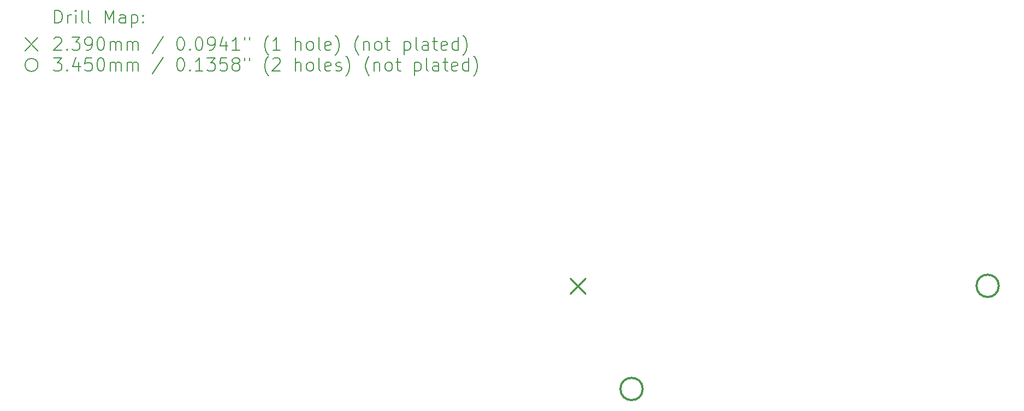
<source format=gbr>
%TF.GenerationSoftware,KiCad,Pcbnew,9.0.0*%
%TF.CreationDate,2025-07-02T16:13:17+05:30*%
%TF.ProjectId,ESP32 GPS + GSM Tracker,45535033-3220-4475-9053-202b2047534d,rev?*%
%TF.SameCoordinates,Original*%
%TF.FileFunction,Drillmap*%
%TF.FilePolarity,Positive*%
%FSLAX45Y45*%
G04 Gerber Fmt 4.5, Leading zero omitted, Abs format (unit mm)*
G04 Created by KiCad (PCBNEW 9.0.0) date 2025-07-02 16:13:17*
%MOMM*%
%LPD*%
G01*
G04 APERTURE LIST*
%ADD10C,0.200000*%
%ADD11C,0.239000*%
%ADD12C,0.345000*%
G04 APERTURE END LIST*
D10*
D11*
X8250500Y-4267000D02*
X8489500Y-4506000D01*
X8489500Y-4267000D02*
X8250500Y-4506000D01*
D12*
X9375500Y-5986500D02*
G75*
G02*
X9030500Y-5986500I-172500J0D01*
G01*
X9030500Y-5986500D02*
G75*
G02*
X9375500Y-5986500I172500J0D01*
G01*
X14895500Y-4386500D02*
G75*
G02*
X14550500Y-4386500I-172500J0D01*
G01*
X14550500Y-4386500D02*
G75*
G02*
X14895500Y-4386500I172500J0D01*
G01*
D10*
X260777Y-311484D02*
X260777Y-111484D01*
X260777Y-111484D02*
X308396Y-111484D01*
X308396Y-111484D02*
X336967Y-121008D01*
X336967Y-121008D02*
X356015Y-140055D01*
X356015Y-140055D02*
X365539Y-159103D01*
X365539Y-159103D02*
X375062Y-197198D01*
X375062Y-197198D02*
X375062Y-225769D01*
X375062Y-225769D02*
X365539Y-263865D01*
X365539Y-263865D02*
X356015Y-282912D01*
X356015Y-282912D02*
X336967Y-301960D01*
X336967Y-301960D02*
X308396Y-311484D01*
X308396Y-311484D02*
X260777Y-311484D01*
X460777Y-311484D02*
X460777Y-178150D01*
X460777Y-216246D02*
X470301Y-197198D01*
X470301Y-197198D02*
X479824Y-187674D01*
X479824Y-187674D02*
X498872Y-178150D01*
X498872Y-178150D02*
X517920Y-178150D01*
X584586Y-311484D02*
X584586Y-178150D01*
X584586Y-111484D02*
X575063Y-121008D01*
X575063Y-121008D02*
X584586Y-130531D01*
X584586Y-130531D02*
X594110Y-121008D01*
X594110Y-121008D02*
X584586Y-111484D01*
X584586Y-111484D02*
X584586Y-130531D01*
X708396Y-311484D02*
X689348Y-301960D01*
X689348Y-301960D02*
X679824Y-282912D01*
X679824Y-282912D02*
X679824Y-111484D01*
X813158Y-311484D02*
X794110Y-301960D01*
X794110Y-301960D02*
X784586Y-282912D01*
X784586Y-282912D02*
X784586Y-111484D01*
X1041729Y-311484D02*
X1041729Y-111484D01*
X1041729Y-111484D02*
X1108396Y-254341D01*
X1108396Y-254341D02*
X1175063Y-111484D01*
X1175063Y-111484D02*
X1175063Y-311484D01*
X1356015Y-311484D02*
X1356015Y-206722D01*
X1356015Y-206722D02*
X1346491Y-187674D01*
X1346491Y-187674D02*
X1327444Y-178150D01*
X1327444Y-178150D02*
X1289348Y-178150D01*
X1289348Y-178150D02*
X1270301Y-187674D01*
X1356015Y-301960D02*
X1336967Y-311484D01*
X1336967Y-311484D02*
X1289348Y-311484D01*
X1289348Y-311484D02*
X1270301Y-301960D01*
X1270301Y-301960D02*
X1260777Y-282912D01*
X1260777Y-282912D02*
X1260777Y-263865D01*
X1260777Y-263865D02*
X1270301Y-244817D01*
X1270301Y-244817D02*
X1289348Y-235293D01*
X1289348Y-235293D02*
X1336967Y-235293D01*
X1336967Y-235293D02*
X1356015Y-225769D01*
X1451253Y-178150D02*
X1451253Y-378150D01*
X1451253Y-187674D02*
X1470301Y-178150D01*
X1470301Y-178150D02*
X1508396Y-178150D01*
X1508396Y-178150D02*
X1527443Y-187674D01*
X1527443Y-187674D02*
X1536967Y-197198D01*
X1536967Y-197198D02*
X1546491Y-216246D01*
X1546491Y-216246D02*
X1546491Y-273389D01*
X1546491Y-273389D02*
X1536967Y-292436D01*
X1536967Y-292436D02*
X1527443Y-301960D01*
X1527443Y-301960D02*
X1508396Y-311484D01*
X1508396Y-311484D02*
X1470301Y-311484D01*
X1470301Y-311484D02*
X1451253Y-301960D01*
X1632205Y-292436D02*
X1641729Y-301960D01*
X1641729Y-301960D02*
X1632205Y-311484D01*
X1632205Y-311484D02*
X1622682Y-301960D01*
X1622682Y-301960D02*
X1632205Y-292436D01*
X1632205Y-292436D02*
X1632205Y-311484D01*
X1632205Y-187674D02*
X1641729Y-197198D01*
X1641729Y-197198D02*
X1632205Y-206722D01*
X1632205Y-206722D02*
X1622682Y-197198D01*
X1622682Y-197198D02*
X1632205Y-187674D01*
X1632205Y-187674D02*
X1632205Y-206722D01*
X-200000Y-540000D02*
X0Y-740000D01*
X0Y-540000D02*
X-200000Y-740000D01*
X251253Y-550531D02*
X260777Y-541008D01*
X260777Y-541008D02*
X279824Y-531484D01*
X279824Y-531484D02*
X327444Y-531484D01*
X327444Y-531484D02*
X346491Y-541008D01*
X346491Y-541008D02*
X356015Y-550531D01*
X356015Y-550531D02*
X365539Y-569579D01*
X365539Y-569579D02*
X365539Y-588627D01*
X365539Y-588627D02*
X356015Y-617198D01*
X356015Y-617198D02*
X241729Y-731484D01*
X241729Y-731484D02*
X365539Y-731484D01*
X451253Y-712436D02*
X460777Y-721960D01*
X460777Y-721960D02*
X451253Y-731484D01*
X451253Y-731484D02*
X441729Y-721960D01*
X441729Y-721960D02*
X451253Y-712436D01*
X451253Y-712436D02*
X451253Y-731484D01*
X527444Y-531484D02*
X651253Y-531484D01*
X651253Y-531484D02*
X584586Y-607674D01*
X584586Y-607674D02*
X613158Y-607674D01*
X613158Y-607674D02*
X632205Y-617198D01*
X632205Y-617198D02*
X641729Y-626722D01*
X641729Y-626722D02*
X651253Y-645770D01*
X651253Y-645770D02*
X651253Y-693389D01*
X651253Y-693389D02*
X641729Y-712436D01*
X641729Y-712436D02*
X632205Y-721960D01*
X632205Y-721960D02*
X613158Y-731484D01*
X613158Y-731484D02*
X556015Y-731484D01*
X556015Y-731484D02*
X536967Y-721960D01*
X536967Y-721960D02*
X527444Y-712436D01*
X746491Y-731484D02*
X784586Y-731484D01*
X784586Y-731484D02*
X803634Y-721960D01*
X803634Y-721960D02*
X813158Y-712436D01*
X813158Y-712436D02*
X832205Y-683865D01*
X832205Y-683865D02*
X841729Y-645770D01*
X841729Y-645770D02*
X841729Y-569579D01*
X841729Y-569579D02*
X832205Y-550531D01*
X832205Y-550531D02*
X822682Y-541008D01*
X822682Y-541008D02*
X803634Y-531484D01*
X803634Y-531484D02*
X765539Y-531484D01*
X765539Y-531484D02*
X746491Y-541008D01*
X746491Y-541008D02*
X736967Y-550531D01*
X736967Y-550531D02*
X727443Y-569579D01*
X727443Y-569579D02*
X727443Y-617198D01*
X727443Y-617198D02*
X736967Y-636246D01*
X736967Y-636246D02*
X746491Y-645770D01*
X746491Y-645770D02*
X765539Y-655293D01*
X765539Y-655293D02*
X803634Y-655293D01*
X803634Y-655293D02*
X822682Y-645770D01*
X822682Y-645770D02*
X832205Y-636246D01*
X832205Y-636246D02*
X841729Y-617198D01*
X965539Y-531484D02*
X984586Y-531484D01*
X984586Y-531484D02*
X1003634Y-541008D01*
X1003634Y-541008D02*
X1013158Y-550531D01*
X1013158Y-550531D02*
X1022682Y-569579D01*
X1022682Y-569579D02*
X1032205Y-607674D01*
X1032205Y-607674D02*
X1032205Y-655293D01*
X1032205Y-655293D02*
X1022682Y-693389D01*
X1022682Y-693389D02*
X1013158Y-712436D01*
X1013158Y-712436D02*
X1003634Y-721960D01*
X1003634Y-721960D02*
X984586Y-731484D01*
X984586Y-731484D02*
X965539Y-731484D01*
X965539Y-731484D02*
X946491Y-721960D01*
X946491Y-721960D02*
X936967Y-712436D01*
X936967Y-712436D02*
X927443Y-693389D01*
X927443Y-693389D02*
X917920Y-655293D01*
X917920Y-655293D02*
X917920Y-607674D01*
X917920Y-607674D02*
X927443Y-569579D01*
X927443Y-569579D02*
X936967Y-550531D01*
X936967Y-550531D02*
X946491Y-541008D01*
X946491Y-541008D02*
X965539Y-531484D01*
X1117920Y-731484D02*
X1117920Y-598150D01*
X1117920Y-617198D02*
X1127444Y-607674D01*
X1127444Y-607674D02*
X1146491Y-598150D01*
X1146491Y-598150D02*
X1175063Y-598150D01*
X1175063Y-598150D02*
X1194110Y-607674D01*
X1194110Y-607674D02*
X1203634Y-626722D01*
X1203634Y-626722D02*
X1203634Y-731484D01*
X1203634Y-626722D02*
X1213158Y-607674D01*
X1213158Y-607674D02*
X1232205Y-598150D01*
X1232205Y-598150D02*
X1260777Y-598150D01*
X1260777Y-598150D02*
X1279825Y-607674D01*
X1279825Y-607674D02*
X1289348Y-626722D01*
X1289348Y-626722D02*
X1289348Y-731484D01*
X1384586Y-731484D02*
X1384586Y-598150D01*
X1384586Y-617198D02*
X1394110Y-607674D01*
X1394110Y-607674D02*
X1413158Y-598150D01*
X1413158Y-598150D02*
X1441729Y-598150D01*
X1441729Y-598150D02*
X1460777Y-607674D01*
X1460777Y-607674D02*
X1470301Y-626722D01*
X1470301Y-626722D02*
X1470301Y-731484D01*
X1470301Y-626722D02*
X1479824Y-607674D01*
X1479824Y-607674D02*
X1498872Y-598150D01*
X1498872Y-598150D02*
X1527443Y-598150D01*
X1527443Y-598150D02*
X1546491Y-607674D01*
X1546491Y-607674D02*
X1556015Y-626722D01*
X1556015Y-626722D02*
X1556015Y-731484D01*
X1946491Y-521960D02*
X1775063Y-779103D01*
X2203634Y-531484D02*
X2222682Y-531484D01*
X2222682Y-531484D02*
X2241729Y-541008D01*
X2241729Y-541008D02*
X2251253Y-550531D01*
X2251253Y-550531D02*
X2260777Y-569579D01*
X2260777Y-569579D02*
X2270301Y-607674D01*
X2270301Y-607674D02*
X2270301Y-655293D01*
X2270301Y-655293D02*
X2260777Y-693389D01*
X2260777Y-693389D02*
X2251253Y-712436D01*
X2251253Y-712436D02*
X2241729Y-721960D01*
X2241729Y-721960D02*
X2222682Y-731484D01*
X2222682Y-731484D02*
X2203634Y-731484D01*
X2203634Y-731484D02*
X2184587Y-721960D01*
X2184587Y-721960D02*
X2175063Y-712436D01*
X2175063Y-712436D02*
X2165539Y-693389D01*
X2165539Y-693389D02*
X2156015Y-655293D01*
X2156015Y-655293D02*
X2156015Y-607674D01*
X2156015Y-607674D02*
X2165539Y-569579D01*
X2165539Y-569579D02*
X2175063Y-550531D01*
X2175063Y-550531D02*
X2184587Y-541008D01*
X2184587Y-541008D02*
X2203634Y-531484D01*
X2356015Y-712436D02*
X2365539Y-721960D01*
X2365539Y-721960D02*
X2356015Y-731484D01*
X2356015Y-731484D02*
X2346491Y-721960D01*
X2346491Y-721960D02*
X2356015Y-712436D01*
X2356015Y-712436D02*
X2356015Y-731484D01*
X2489348Y-531484D02*
X2508396Y-531484D01*
X2508396Y-531484D02*
X2527444Y-541008D01*
X2527444Y-541008D02*
X2536968Y-550531D01*
X2536968Y-550531D02*
X2546491Y-569579D01*
X2546491Y-569579D02*
X2556015Y-607674D01*
X2556015Y-607674D02*
X2556015Y-655293D01*
X2556015Y-655293D02*
X2546491Y-693389D01*
X2546491Y-693389D02*
X2536968Y-712436D01*
X2536968Y-712436D02*
X2527444Y-721960D01*
X2527444Y-721960D02*
X2508396Y-731484D01*
X2508396Y-731484D02*
X2489348Y-731484D01*
X2489348Y-731484D02*
X2470301Y-721960D01*
X2470301Y-721960D02*
X2460777Y-712436D01*
X2460777Y-712436D02*
X2451253Y-693389D01*
X2451253Y-693389D02*
X2441729Y-655293D01*
X2441729Y-655293D02*
X2441729Y-607674D01*
X2441729Y-607674D02*
X2451253Y-569579D01*
X2451253Y-569579D02*
X2460777Y-550531D01*
X2460777Y-550531D02*
X2470301Y-541008D01*
X2470301Y-541008D02*
X2489348Y-531484D01*
X2651253Y-731484D02*
X2689348Y-731484D01*
X2689348Y-731484D02*
X2708396Y-721960D01*
X2708396Y-721960D02*
X2717920Y-712436D01*
X2717920Y-712436D02*
X2736968Y-683865D01*
X2736968Y-683865D02*
X2746491Y-645770D01*
X2746491Y-645770D02*
X2746491Y-569579D01*
X2746491Y-569579D02*
X2736968Y-550531D01*
X2736968Y-550531D02*
X2727444Y-541008D01*
X2727444Y-541008D02*
X2708396Y-531484D01*
X2708396Y-531484D02*
X2670301Y-531484D01*
X2670301Y-531484D02*
X2651253Y-541008D01*
X2651253Y-541008D02*
X2641729Y-550531D01*
X2641729Y-550531D02*
X2632206Y-569579D01*
X2632206Y-569579D02*
X2632206Y-617198D01*
X2632206Y-617198D02*
X2641729Y-636246D01*
X2641729Y-636246D02*
X2651253Y-645770D01*
X2651253Y-645770D02*
X2670301Y-655293D01*
X2670301Y-655293D02*
X2708396Y-655293D01*
X2708396Y-655293D02*
X2727444Y-645770D01*
X2727444Y-645770D02*
X2736968Y-636246D01*
X2736968Y-636246D02*
X2746491Y-617198D01*
X2917920Y-598150D02*
X2917920Y-731484D01*
X2870301Y-521960D02*
X2822682Y-664817D01*
X2822682Y-664817D02*
X2946491Y-664817D01*
X3127444Y-731484D02*
X3013158Y-731484D01*
X3070301Y-731484D02*
X3070301Y-531484D01*
X3070301Y-531484D02*
X3051253Y-560055D01*
X3051253Y-560055D02*
X3032206Y-579103D01*
X3032206Y-579103D02*
X3013158Y-588627D01*
X3203634Y-531484D02*
X3203634Y-569579D01*
X3279825Y-531484D02*
X3279825Y-569579D01*
X3575063Y-807674D02*
X3565539Y-798150D01*
X3565539Y-798150D02*
X3546491Y-769579D01*
X3546491Y-769579D02*
X3536968Y-750531D01*
X3536968Y-750531D02*
X3527444Y-721960D01*
X3527444Y-721960D02*
X3517920Y-674341D01*
X3517920Y-674341D02*
X3517920Y-636246D01*
X3517920Y-636246D02*
X3527444Y-588627D01*
X3527444Y-588627D02*
X3536968Y-560055D01*
X3536968Y-560055D02*
X3546491Y-541008D01*
X3546491Y-541008D02*
X3565539Y-512436D01*
X3565539Y-512436D02*
X3575063Y-502912D01*
X3756015Y-731484D02*
X3641729Y-731484D01*
X3698872Y-731484D02*
X3698872Y-531484D01*
X3698872Y-531484D02*
X3679825Y-560055D01*
X3679825Y-560055D02*
X3660777Y-579103D01*
X3660777Y-579103D02*
X3641729Y-588627D01*
X3994110Y-731484D02*
X3994110Y-531484D01*
X4079825Y-731484D02*
X4079825Y-626722D01*
X4079825Y-626722D02*
X4070301Y-607674D01*
X4070301Y-607674D02*
X4051253Y-598150D01*
X4051253Y-598150D02*
X4022682Y-598150D01*
X4022682Y-598150D02*
X4003634Y-607674D01*
X4003634Y-607674D02*
X3994110Y-617198D01*
X4203634Y-731484D02*
X4184587Y-721960D01*
X4184587Y-721960D02*
X4175063Y-712436D01*
X4175063Y-712436D02*
X4165539Y-693389D01*
X4165539Y-693389D02*
X4165539Y-636246D01*
X4165539Y-636246D02*
X4175063Y-617198D01*
X4175063Y-617198D02*
X4184587Y-607674D01*
X4184587Y-607674D02*
X4203634Y-598150D01*
X4203634Y-598150D02*
X4232206Y-598150D01*
X4232206Y-598150D02*
X4251253Y-607674D01*
X4251253Y-607674D02*
X4260777Y-617198D01*
X4260777Y-617198D02*
X4270301Y-636246D01*
X4270301Y-636246D02*
X4270301Y-693389D01*
X4270301Y-693389D02*
X4260777Y-712436D01*
X4260777Y-712436D02*
X4251253Y-721960D01*
X4251253Y-721960D02*
X4232206Y-731484D01*
X4232206Y-731484D02*
X4203634Y-731484D01*
X4384587Y-731484D02*
X4365539Y-721960D01*
X4365539Y-721960D02*
X4356015Y-702912D01*
X4356015Y-702912D02*
X4356015Y-531484D01*
X4536968Y-721960D02*
X4517920Y-731484D01*
X4517920Y-731484D02*
X4479825Y-731484D01*
X4479825Y-731484D02*
X4460777Y-721960D01*
X4460777Y-721960D02*
X4451253Y-702912D01*
X4451253Y-702912D02*
X4451253Y-626722D01*
X4451253Y-626722D02*
X4460777Y-607674D01*
X4460777Y-607674D02*
X4479825Y-598150D01*
X4479825Y-598150D02*
X4517920Y-598150D01*
X4517920Y-598150D02*
X4536968Y-607674D01*
X4536968Y-607674D02*
X4546492Y-626722D01*
X4546492Y-626722D02*
X4546492Y-645770D01*
X4546492Y-645770D02*
X4451253Y-664817D01*
X4613158Y-807674D02*
X4622682Y-798150D01*
X4622682Y-798150D02*
X4641730Y-769579D01*
X4641730Y-769579D02*
X4651253Y-750531D01*
X4651253Y-750531D02*
X4660777Y-721960D01*
X4660777Y-721960D02*
X4670301Y-674341D01*
X4670301Y-674341D02*
X4670301Y-636246D01*
X4670301Y-636246D02*
X4660777Y-588627D01*
X4660777Y-588627D02*
X4651253Y-560055D01*
X4651253Y-560055D02*
X4641730Y-541008D01*
X4641730Y-541008D02*
X4622682Y-512436D01*
X4622682Y-512436D02*
X4613158Y-502912D01*
X4975063Y-807674D02*
X4965539Y-798150D01*
X4965539Y-798150D02*
X4946492Y-769579D01*
X4946492Y-769579D02*
X4936968Y-750531D01*
X4936968Y-750531D02*
X4927444Y-721960D01*
X4927444Y-721960D02*
X4917920Y-674341D01*
X4917920Y-674341D02*
X4917920Y-636246D01*
X4917920Y-636246D02*
X4927444Y-588627D01*
X4927444Y-588627D02*
X4936968Y-560055D01*
X4936968Y-560055D02*
X4946492Y-541008D01*
X4946492Y-541008D02*
X4965539Y-512436D01*
X4965539Y-512436D02*
X4975063Y-502912D01*
X5051253Y-598150D02*
X5051253Y-731484D01*
X5051253Y-617198D02*
X5060777Y-607674D01*
X5060777Y-607674D02*
X5079825Y-598150D01*
X5079825Y-598150D02*
X5108396Y-598150D01*
X5108396Y-598150D02*
X5127444Y-607674D01*
X5127444Y-607674D02*
X5136968Y-626722D01*
X5136968Y-626722D02*
X5136968Y-731484D01*
X5260777Y-731484D02*
X5241730Y-721960D01*
X5241730Y-721960D02*
X5232206Y-712436D01*
X5232206Y-712436D02*
X5222682Y-693389D01*
X5222682Y-693389D02*
X5222682Y-636246D01*
X5222682Y-636246D02*
X5232206Y-617198D01*
X5232206Y-617198D02*
X5241730Y-607674D01*
X5241730Y-607674D02*
X5260777Y-598150D01*
X5260777Y-598150D02*
X5289349Y-598150D01*
X5289349Y-598150D02*
X5308396Y-607674D01*
X5308396Y-607674D02*
X5317920Y-617198D01*
X5317920Y-617198D02*
X5327444Y-636246D01*
X5327444Y-636246D02*
X5327444Y-693389D01*
X5327444Y-693389D02*
X5317920Y-712436D01*
X5317920Y-712436D02*
X5308396Y-721960D01*
X5308396Y-721960D02*
X5289349Y-731484D01*
X5289349Y-731484D02*
X5260777Y-731484D01*
X5384587Y-598150D02*
X5460777Y-598150D01*
X5413158Y-531484D02*
X5413158Y-702912D01*
X5413158Y-702912D02*
X5422682Y-721960D01*
X5422682Y-721960D02*
X5441730Y-731484D01*
X5441730Y-731484D02*
X5460777Y-731484D01*
X5679825Y-598150D02*
X5679825Y-798150D01*
X5679825Y-607674D02*
X5698872Y-598150D01*
X5698872Y-598150D02*
X5736968Y-598150D01*
X5736968Y-598150D02*
X5756015Y-607674D01*
X5756015Y-607674D02*
X5765539Y-617198D01*
X5765539Y-617198D02*
X5775063Y-636246D01*
X5775063Y-636246D02*
X5775063Y-693389D01*
X5775063Y-693389D02*
X5765539Y-712436D01*
X5765539Y-712436D02*
X5756015Y-721960D01*
X5756015Y-721960D02*
X5736968Y-731484D01*
X5736968Y-731484D02*
X5698872Y-731484D01*
X5698872Y-731484D02*
X5679825Y-721960D01*
X5889349Y-731484D02*
X5870301Y-721960D01*
X5870301Y-721960D02*
X5860777Y-702912D01*
X5860777Y-702912D02*
X5860777Y-531484D01*
X6051253Y-731484D02*
X6051253Y-626722D01*
X6051253Y-626722D02*
X6041730Y-607674D01*
X6041730Y-607674D02*
X6022682Y-598150D01*
X6022682Y-598150D02*
X5984587Y-598150D01*
X5984587Y-598150D02*
X5965539Y-607674D01*
X6051253Y-721960D02*
X6032206Y-731484D01*
X6032206Y-731484D02*
X5984587Y-731484D01*
X5984587Y-731484D02*
X5965539Y-721960D01*
X5965539Y-721960D02*
X5956015Y-702912D01*
X5956015Y-702912D02*
X5956015Y-683865D01*
X5956015Y-683865D02*
X5965539Y-664817D01*
X5965539Y-664817D02*
X5984587Y-655293D01*
X5984587Y-655293D02*
X6032206Y-655293D01*
X6032206Y-655293D02*
X6051253Y-645770D01*
X6117920Y-598150D02*
X6194111Y-598150D01*
X6146492Y-531484D02*
X6146492Y-702912D01*
X6146492Y-702912D02*
X6156015Y-721960D01*
X6156015Y-721960D02*
X6175063Y-731484D01*
X6175063Y-731484D02*
X6194111Y-731484D01*
X6336968Y-721960D02*
X6317920Y-731484D01*
X6317920Y-731484D02*
X6279825Y-731484D01*
X6279825Y-731484D02*
X6260777Y-721960D01*
X6260777Y-721960D02*
X6251253Y-702912D01*
X6251253Y-702912D02*
X6251253Y-626722D01*
X6251253Y-626722D02*
X6260777Y-607674D01*
X6260777Y-607674D02*
X6279825Y-598150D01*
X6279825Y-598150D02*
X6317920Y-598150D01*
X6317920Y-598150D02*
X6336968Y-607674D01*
X6336968Y-607674D02*
X6346492Y-626722D01*
X6346492Y-626722D02*
X6346492Y-645770D01*
X6346492Y-645770D02*
X6251253Y-664817D01*
X6517920Y-731484D02*
X6517920Y-531484D01*
X6517920Y-721960D02*
X6498873Y-731484D01*
X6498873Y-731484D02*
X6460777Y-731484D01*
X6460777Y-731484D02*
X6441730Y-721960D01*
X6441730Y-721960D02*
X6432206Y-712436D01*
X6432206Y-712436D02*
X6422682Y-693389D01*
X6422682Y-693389D02*
X6422682Y-636246D01*
X6422682Y-636246D02*
X6432206Y-617198D01*
X6432206Y-617198D02*
X6441730Y-607674D01*
X6441730Y-607674D02*
X6460777Y-598150D01*
X6460777Y-598150D02*
X6498873Y-598150D01*
X6498873Y-598150D02*
X6517920Y-607674D01*
X6594111Y-807674D02*
X6603634Y-798150D01*
X6603634Y-798150D02*
X6622682Y-769579D01*
X6622682Y-769579D02*
X6632206Y-750531D01*
X6632206Y-750531D02*
X6641730Y-721960D01*
X6641730Y-721960D02*
X6651253Y-674341D01*
X6651253Y-674341D02*
X6651253Y-636246D01*
X6651253Y-636246D02*
X6641730Y-588627D01*
X6641730Y-588627D02*
X6632206Y-560055D01*
X6632206Y-560055D02*
X6622682Y-541008D01*
X6622682Y-541008D02*
X6603634Y-512436D01*
X6603634Y-512436D02*
X6594111Y-502912D01*
X0Y-960000D02*
G75*
G02*
X-200000Y-960000I-100000J0D01*
G01*
X-200000Y-960000D02*
G75*
G02*
X0Y-960000I100000J0D01*
G01*
X241729Y-851484D02*
X365539Y-851484D01*
X365539Y-851484D02*
X298872Y-927674D01*
X298872Y-927674D02*
X327444Y-927674D01*
X327444Y-927674D02*
X346491Y-937198D01*
X346491Y-937198D02*
X356015Y-946722D01*
X356015Y-946722D02*
X365539Y-965769D01*
X365539Y-965769D02*
X365539Y-1013388D01*
X365539Y-1013388D02*
X356015Y-1032436D01*
X356015Y-1032436D02*
X346491Y-1041960D01*
X346491Y-1041960D02*
X327444Y-1051484D01*
X327444Y-1051484D02*
X270301Y-1051484D01*
X270301Y-1051484D02*
X251253Y-1041960D01*
X251253Y-1041960D02*
X241729Y-1032436D01*
X451253Y-1032436D02*
X460777Y-1041960D01*
X460777Y-1041960D02*
X451253Y-1051484D01*
X451253Y-1051484D02*
X441729Y-1041960D01*
X441729Y-1041960D02*
X451253Y-1032436D01*
X451253Y-1032436D02*
X451253Y-1051484D01*
X632205Y-918150D02*
X632205Y-1051484D01*
X584586Y-841960D02*
X536967Y-984817D01*
X536967Y-984817D02*
X660777Y-984817D01*
X832205Y-851484D02*
X736967Y-851484D01*
X736967Y-851484D02*
X727443Y-946722D01*
X727443Y-946722D02*
X736967Y-937198D01*
X736967Y-937198D02*
X756015Y-927674D01*
X756015Y-927674D02*
X803634Y-927674D01*
X803634Y-927674D02*
X822682Y-937198D01*
X822682Y-937198D02*
X832205Y-946722D01*
X832205Y-946722D02*
X841729Y-965769D01*
X841729Y-965769D02*
X841729Y-1013388D01*
X841729Y-1013388D02*
X832205Y-1032436D01*
X832205Y-1032436D02*
X822682Y-1041960D01*
X822682Y-1041960D02*
X803634Y-1051484D01*
X803634Y-1051484D02*
X756015Y-1051484D01*
X756015Y-1051484D02*
X736967Y-1041960D01*
X736967Y-1041960D02*
X727443Y-1032436D01*
X965539Y-851484D02*
X984586Y-851484D01*
X984586Y-851484D02*
X1003634Y-861008D01*
X1003634Y-861008D02*
X1013158Y-870531D01*
X1013158Y-870531D02*
X1022682Y-889579D01*
X1022682Y-889579D02*
X1032205Y-927674D01*
X1032205Y-927674D02*
X1032205Y-975293D01*
X1032205Y-975293D02*
X1022682Y-1013388D01*
X1022682Y-1013388D02*
X1013158Y-1032436D01*
X1013158Y-1032436D02*
X1003634Y-1041960D01*
X1003634Y-1041960D02*
X984586Y-1051484D01*
X984586Y-1051484D02*
X965539Y-1051484D01*
X965539Y-1051484D02*
X946491Y-1041960D01*
X946491Y-1041960D02*
X936967Y-1032436D01*
X936967Y-1032436D02*
X927443Y-1013388D01*
X927443Y-1013388D02*
X917920Y-975293D01*
X917920Y-975293D02*
X917920Y-927674D01*
X917920Y-927674D02*
X927443Y-889579D01*
X927443Y-889579D02*
X936967Y-870531D01*
X936967Y-870531D02*
X946491Y-861008D01*
X946491Y-861008D02*
X965539Y-851484D01*
X1117920Y-1051484D02*
X1117920Y-918150D01*
X1117920Y-937198D02*
X1127444Y-927674D01*
X1127444Y-927674D02*
X1146491Y-918150D01*
X1146491Y-918150D02*
X1175063Y-918150D01*
X1175063Y-918150D02*
X1194110Y-927674D01*
X1194110Y-927674D02*
X1203634Y-946722D01*
X1203634Y-946722D02*
X1203634Y-1051484D01*
X1203634Y-946722D02*
X1213158Y-927674D01*
X1213158Y-927674D02*
X1232205Y-918150D01*
X1232205Y-918150D02*
X1260777Y-918150D01*
X1260777Y-918150D02*
X1279825Y-927674D01*
X1279825Y-927674D02*
X1289348Y-946722D01*
X1289348Y-946722D02*
X1289348Y-1051484D01*
X1384586Y-1051484D02*
X1384586Y-918150D01*
X1384586Y-937198D02*
X1394110Y-927674D01*
X1394110Y-927674D02*
X1413158Y-918150D01*
X1413158Y-918150D02*
X1441729Y-918150D01*
X1441729Y-918150D02*
X1460777Y-927674D01*
X1460777Y-927674D02*
X1470301Y-946722D01*
X1470301Y-946722D02*
X1470301Y-1051484D01*
X1470301Y-946722D02*
X1479824Y-927674D01*
X1479824Y-927674D02*
X1498872Y-918150D01*
X1498872Y-918150D02*
X1527443Y-918150D01*
X1527443Y-918150D02*
X1546491Y-927674D01*
X1546491Y-927674D02*
X1556015Y-946722D01*
X1556015Y-946722D02*
X1556015Y-1051484D01*
X1946491Y-841960D02*
X1775063Y-1099103D01*
X2203634Y-851484D02*
X2222682Y-851484D01*
X2222682Y-851484D02*
X2241729Y-861008D01*
X2241729Y-861008D02*
X2251253Y-870531D01*
X2251253Y-870531D02*
X2260777Y-889579D01*
X2260777Y-889579D02*
X2270301Y-927674D01*
X2270301Y-927674D02*
X2270301Y-975293D01*
X2270301Y-975293D02*
X2260777Y-1013388D01*
X2260777Y-1013388D02*
X2251253Y-1032436D01*
X2251253Y-1032436D02*
X2241729Y-1041960D01*
X2241729Y-1041960D02*
X2222682Y-1051484D01*
X2222682Y-1051484D02*
X2203634Y-1051484D01*
X2203634Y-1051484D02*
X2184587Y-1041960D01*
X2184587Y-1041960D02*
X2175063Y-1032436D01*
X2175063Y-1032436D02*
X2165539Y-1013388D01*
X2165539Y-1013388D02*
X2156015Y-975293D01*
X2156015Y-975293D02*
X2156015Y-927674D01*
X2156015Y-927674D02*
X2165539Y-889579D01*
X2165539Y-889579D02*
X2175063Y-870531D01*
X2175063Y-870531D02*
X2184587Y-861008D01*
X2184587Y-861008D02*
X2203634Y-851484D01*
X2356015Y-1032436D02*
X2365539Y-1041960D01*
X2365539Y-1041960D02*
X2356015Y-1051484D01*
X2356015Y-1051484D02*
X2346491Y-1041960D01*
X2346491Y-1041960D02*
X2356015Y-1032436D01*
X2356015Y-1032436D02*
X2356015Y-1051484D01*
X2556015Y-1051484D02*
X2441729Y-1051484D01*
X2498872Y-1051484D02*
X2498872Y-851484D01*
X2498872Y-851484D02*
X2479825Y-880055D01*
X2479825Y-880055D02*
X2460777Y-899103D01*
X2460777Y-899103D02*
X2441729Y-908627D01*
X2622682Y-851484D02*
X2746491Y-851484D01*
X2746491Y-851484D02*
X2679825Y-927674D01*
X2679825Y-927674D02*
X2708396Y-927674D01*
X2708396Y-927674D02*
X2727444Y-937198D01*
X2727444Y-937198D02*
X2736968Y-946722D01*
X2736968Y-946722D02*
X2746491Y-965769D01*
X2746491Y-965769D02*
X2746491Y-1013388D01*
X2746491Y-1013388D02*
X2736968Y-1032436D01*
X2736968Y-1032436D02*
X2727444Y-1041960D01*
X2727444Y-1041960D02*
X2708396Y-1051484D01*
X2708396Y-1051484D02*
X2651253Y-1051484D01*
X2651253Y-1051484D02*
X2632206Y-1041960D01*
X2632206Y-1041960D02*
X2622682Y-1032436D01*
X2927444Y-851484D02*
X2832206Y-851484D01*
X2832206Y-851484D02*
X2822682Y-946722D01*
X2822682Y-946722D02*
X2832206Y-937198D01*
X2832206Y-937198D02*
X2851253Y-927674D01*
X2851253Y-927674D02*
X2898872Y-927674D01*
X2898872Y-927674D02*
X2917920Y-937198D01*
X2917920Y-937198D02*
X2927444Y-946722D01*
X2927444Y-946722D02*
X2936967Y-965769D01*
X2936967Y-965769D02*
X2936967Y-1013388D01*
X2936967Y-1013388D02*
X2927444Y-1032436D01*
X2927444Y-1032436D02*
X2917920Y-1041960D01*
X2917920Y-1041960D02*
X2898872Y-1051484D01*
X2898872Y-1051484D02*
X2851253Y-1051484D01*
X2851253Y-1051484D02*
X2832206Y-1041960D01*
X2832206Y-1041960D02*
X2822682Y-1032436D01*
X3051253Y-937198D02*
X3032206Y-927674D01*
X3032206Y-927674D02*
X3022682Y-918150D01*
X3022682Y-918150D02*
X3013158Y-899103D01*
X3013158Y-899103D02*
X3013158Y-889579D01*
X3013158Y-889579D02*
X3022682Y-870531D01*
X3022682Y-870531D02*
X3032206Y-861008D01*
X3032206Y-861008D02*
X3051253Y-851484D01*
X3051253Y-851484D02*
X3089348Y-851484D01*
X3089348Y-851484D02*
X3108396Y-861008D01*
X3108396Y-861008D02*
X3117920Y-870531D01*
X3117920Y-870531D02*
X3127444Y-889579D01*
X3127444Y-889579D02*
X3127444Y-899103D01*
X3127444Y-899103D02*
X3117920Y-918150D01*
X3117920Y-918150D02*
X3108396Y-927674D01*
X3108396Y-927674D02*
X3089348Y-937198D01*
X3089348Y-937198D02*
X3051253Y-937198D01*
X3051253Y-937198D02*
X3032206Y-946722D01*
X3032206Y-946722D02*
X3022682Y-956246D01*
X3022682Y-956246D02*
X3013158Y-975293D01*
X3013158Y-975293D02*
X3013158Y-1013388D01*
X3013158Y-1013388D02*
X3022682Y-1032436D01*
X3022682Y-1032436D02*
X3032206Y-1041960D01*
X3032206Y-1041960D02*
X3051253Y-1051484D01*
X3051253Y-1051484D02*
X3089348Y-1051484D01*
X3089348Y-1051484D02*
X3108396Y-1041960D01*
X3108396Y-1041960D02*
X3117920Y-1032436D01*
X3117920Y-1032436D02*
X3127444Y-1013388D01*
X3127444Y-1013388D02*
X3127444Y-975293D01*
X3127444Y-975293D02*
X3117920Y-956246D01*
X3117920Y-956246D02*
X3108396Y-946722D01*
X3108396Y-946722D02*
X3089348Y-937198D01*
X3203634Y-851484D02*
X3203634Y-889579D01*
X3279825Y-851484D02*
X3279825Y-889579D01*
X3575063Y-1127674D02*
X3565539Y-1118150D01*
X3565539Y-1118150D02*
X3546491Y-1089579D01*
X3546491Y-1089579D02*
X3536968Y-1070531D01*
X3536968Y-1070531D02*
X3527444Y-1041960D01*
X3527444Y-1041960D02*
X3517920Y-994341D01*
X3517920Y-994341D02*
X3517920Y-956246D01*
X3517920Y-956246D02*
X3527444Y-908627D01*
X3527444Y-908627D02*
X3536968Y-880055D01*
X3536968Y-880055D02*
X3546491Y-861008D01*
X3546491Y-861008D02*
X3565539Y-832436D01*
X3565539Y-832436D02*
X3575063Y-822912D01*
X3641729Y-870531D02*
X3651253Y-861008D01*
X3651253Y-861008D02*
X3670301Y-851484D01*
X3670301Y-851484D02*
X3717920Y-851484D01*
X3717920Y-851484D02*
X3736968Y-861008D01*
X3736968Y-861008D02*
X3746491Y-870531D01*
X3746491Y-870531D02*
X3756015Y-889579D01*
X3756015Y-889579D02*
X3756015Y-908627D01*
X3756015Y-908627D02*
X3746491Y-937198D01*
X3746491Y-937198D02*
X3632206Y-1051484D01*
X3632206Y-1051484D02*
X3756015Y-1051484D01*
X3994110Y-1051484D02*
X3994110Y-851484D01*
X4079825Y-1051484D02*
X4079825Y-946722D01*
X4079825Y-946722D02*
X4070301Y-927674D01*
X4070301Y-927674D02*
X4051253Y-918150D01*
X4051253Y-918150D02*
X4022682Y-918150D01*
X4022682Y-918150D02*
X4003634Y-927674D01*
X4003634Y-927674D02*
X3994110Y-937198D01*
X4203634Y-1051484D02*
X4184587Y-1041960D01*
X4184587Y-1041960D02*
X4175063Y-1032436D01*
X4175063Y-1032436D02*
X4165539Y-1013388D01*
X4165539Y-1013388D02*
X4165539Y-956246D01*
X4165539Y-956246D02*
X4175063Y-937198D01*
X4175063Y-937198D02*
X4184587Y-927674D01*
X4184587Y-927674D02*
X4203634Y-918150D01*
X4203634Y-918150D02*
X4232206Y-918150D01*
X4232206Y-918150D02*
X4251253Y-927674D01*
X4251253Y-927674D02*
X4260777Y-937198D01*
X4260777Y-937198D02*
X4270301Y-956246D01*
X4270301Y-956246D02*
X4270301Y-1013388D01*
X4270301Y-1013388D02*
X4260777Y-1032436D01*
X4260777Y-1032436D02*
X4251253Y-1041960D01*
X4251253Y-1041960D02*
X4232206Y-1051484D01*
X4232206Y-1051484D02*
X4203634Y-1051484D01*
X4384587Y-1051484D02*
X4365539Y-1041960D01*
X4365539Y-1041960D02*
X4356015Y-1022912D01*
X4356015Y-1022912D02*
X4356015Y-851484D01*
X4536968Y-1041960D02*
X4517920Y-1051484D01*
X4517920Y-1051484D02*
X4479825Y-1051484D01*
X4479825Y-1051484D02*
X4460777Y-1041960D01*
X4460777Y-1041960D02*
X4451253Y-1022912D01*
X4451253Y-1022912D02*
X4451253Y-946722D01*
X4451253Y-946722D02*
X4460777Y-927674D01*
X4460777Y-927674D02*
X4479825Y-918150D01*
X4479825Y-918150D02*
X4517920Y-918150D01*
X4517920Y-918150D02*
X4536968Y-927674D01*
X4536968Y-927674D02*
X4546492Y-946722D01*
X4546492Y-946722D02*
X4546492Y-965769D01*
X4546492Y-965769D02*
X4451253Y-984817D01*
X4622682Y-1041960D02*
X4641730Y-1051484D01*
X4641730Y-1051484D02*
X4679825Y-1051484D01*
X4679825Y-1051484D02*
X4698873Y-1041960D01*
X4698873Y-1041960D02*
X4708396Y-1022912D01*
X4708396Y-1022912D02*
X4708396Y-1013388D01*
X4708396Y-1013388D02*
X4698873Y-994341D01*
X4698873Y-994341D02*
X4679825Y-984817D01*
X4679825Y-984817D02*
X4651253Y-984817D01*
X4651253Y-984817D02*
X4632206Y-975293D01*
X4632206Y-975293D02*
X4622682Y-956246D01*
X4622682Y-956246D02*
X4622682Y-946722D01*
X4622682Y-946722D02*
X4632206Y-927674D01*
X4632206Y-927674D02*
X4651253Y-918150D01*
X4651253Y-918150D02*
X4679825Y-918150D01*
X4679825Y-918150D02*
X4698873Y-927674D01*
X4775063Y-1127674D02*
X4784587Y-1118150D01*
X4784587Y-1118150D02*
X4803634Y-1089579D01*
X4803634Y-1089579D02*
X4813158Y-1070531D01*
X4813158Y-1070531D02*
X4822682Y-1041960D01*
X4822682Y-1041960D02*
X4832206Y-994341D01*
X4832206Y-994341D02*
X4832206Y-956246D01*
X4832206Y-956246D02*
X4822682Y-908627D01*
X4822682Y-908627D02*
X4813158Y-880055D01*
X4813158Y-880055D02*
X4803634Y-861008D01*
X4803634Y-861008D02*
X4784587Y-832436D01*
X4784587Y-832436D02*
X4775063Y-822912D01*
X5136968Y-1127674D02*
X5127444Y-1118150D01*
X5127444Y-1118150D02*
X5108396Y-1089579D01*
X5108396Y-1089579D02*
X5098873Y-1070531D01*
X5098873Y-1070531D02*
X5089349Y-1041960D01*
X5089349Y-1041960D02*
X5079825Y-994341D01*
X5079825Y-994341D02*
X5079825Y-956246D01*
X5079825Y-956246D02*
X5089349Y-908627D01*
X5089349Y-908627D02*
X5098873Y-880055D01*
X5098873Y-880055D02*
X5108396Y-861008D01*
X5108396Y-861008D02*
X5127444Y-832436D01*
X5127444Y-832436D02*
X5136968Y-822912D01*
X5213158Y-918150D02*
X5213158Y-1051484D01*
X5213158Y-937198D02*
X5222682Y-927674D01*
X5222682Y-927674D02*
X5241730Y-918150D01*
X5241730Y-918150D02*
X5270301Y-918150D01*
X5270301Y-918150D02*
X5289349Y-927674D01*
X5289349Y-927674D02*
X5298873Y-946722D01*
X5298873Y-946722D02*
X5298873Y-1051484D01*
X5422682Y-1051484D02*
X5403634Y-1041960D01*
X5403634Y-1041960D02*
X5394111Y-1032436D01*
X5394111Y-1032436D02*
X5384587Y-1013388D01*
X5384587Y-1013388D02*
X5384587Y-956246D01*
X5384587Y-956246D02*
X5394111Y-937198D01*
X5394111Y-937198D02*
X5403634Y-927674D01*
X5403634Y-927674D02*
X5422682Y-918150D01*
X5422682Y-918150D02*
X5451254Y-918150D01*
X5451254Y-918150D02*
X5470301Y-927674D01*
X5470301Y-927674D02*
X5479825Y-937198D01*
X5479825Y-937198D02*
X5489349Y-956246D01*
X5489349Y-956246D02*
X5489349Y-1013388D01*
X5489349Y-1013388D02*
X5479825Y-1032436D01*
X5479825Y-1032436D02*
X5470301Y-1041960D01*
X5470301Y-1041960D02*
X5451254Y-1051484D01*
X5451254Y-1051484D02*
X5422682Y-1051484D01*
X5546492Y-918150D02*
X5622682Y-918150D01*
X5575063Y-851484D02*
X5575063Y-1022912D01*
X5575063Y-1022912D02*
X5584587Y-1041960D01*
X5584587Y-1041960D02*
X5603634Y-1051484D01*
X5603634Y-1051484D02*
X5622682Y-1051484D01*
X5841730Y-918150D02*
X5841730Y-1118150D01*
X5841730Y-927674D02*
X5860777Y-918150D01*
X5860777Y-918150D02*
X5898873Y-918150D01*
X5898873Y-918150D02*
X5917920Y-927674D01*
X5917920Y-927674D02*
X5927444Y-937198D01*
X5927444Y-937198D02*
X5936968Y-956246D01*
X5936968Y-956246D02*
X5936968Y-1013388D01*
X5936968Y-1013388D02*
X5927444Y-1032436D01*
X5927444Y-1032436D02*
X5917920Y-1041960D01*
X5917920Y-1041960D02*
X5898873Y-1051484D01*
X5898873Y-1051484D02*
X5860777Y-1051484D01*
X5860777Y-1051484D02*
X5841730Y-1041960D01*
X6051253Y-1051484D02*
X6032206Y-1041960D01*
X6032206Y-1041960D02*
X6022682Y-1022912D01*
X6022682Y-1022912D02*
X6022682Y-851484D01*
X6213158Y-1051484D02*
X6213158Y-946722D01*
X6213158Y-946722D02*
X6203634Y-927674D01*
X6203634Y-927674D02*
X6184587Y-918150D01*
X6184587Y-918150D02*
X6146492Y-918150D01*
X6146492Y-918150D02*
X6127444Y-927674D01*
X6213158Y-1041960D02*
X6194111Y-1051484D01*
X6194111Y-1051484D02*
X6146492Y-1051484D01*
X6146492Y-1051484D02*
X6127444Y-1041960D01*
X6127444Y-1041960D02*
X6117920Y-1022912D01*
X6117920Y-1022912D02*
X6117920Y-1003865D01*
X6117920Y-1003865D02*
X6127444Y-984817D01*
X6127444Y-984817D02*
X6146492Y-975293D01*
X6146492Y-975293D02*
X6194111Y-975293D01*
X6194111Y-975293D02*
X6213158Y-965769D01*
X6279825Y-918150D02*
X6356015Y-918150D01*
X6308396Y-851484D02*
X6308396Y-1022912D01*
X6308396Y-1022912D02*
X6317920Y-1041960D01*
X6317920Y-1041960D02*
X6336968Y-1051484D01*
X6336968Y-1051484D02*
X6356015Y-1051484D01*
X6498873Y-1041960D02*
X6479825Y-1051484D01*
X6479825Y-1051484D02*
X6441730Y-1051484D01*
X6441730Y-1051484D02*
X6422682Y-1041960D01*
X6422682Y-1041960D02*
X6413158Y-1022912D01*
X6413158Y-1022912D02*
X6413158Y-946722D01*
X6413158Y-946722D02*
X6422682Y-927674D01*
X6422682Y-927674D02*
X6441730Y-918150D01*
X6441730Y-918150D02*
X6479825Y-918150D01*
X6479825Y-918150D02*
X6498873Y-927674D01*
X6498873Y-927674D02*
X6508396Y-946722D01*
X6508396Y-946722D02*
X6508396Y-965769D01*
X6508396Y-965769D02*
X6413158Y-984817D01*
X6679825Y-1051484D02*
X6679825Y-851484D01*
X6679825Y-1041960D02*
X6660777Y-1051484D01*
X6660777Y-1051484D02*
X6622682Y-1051484D01*
X6622682Y-1051484D02*
X6603634Y-1041960D01*
X6603634Y-1041960D02*
X6594111Y-1032436D01*
X6594111Y-1032436D02*
X6584587Y-1013388D01*
X6584587Y-1013388D02*
X6584587Y-956246D01*
X6584587Y-956246D02*
X6594111Y-937198D01*
X6594111Y-937198D02*
X6603634Y-927674D01*
X6603634Y-927674D02*
X6622682Y-918150D01*
X6622682Y-918150D02*
X6660777Y-918150D01*
X6660777Y-918150D02*
X6679825Y-927674D01*
X6756015Y-1127674D02*
X6765539Y-1118150D01*
X6765539Y-1118150D02*
X6784587Y-1089579D01*
X6784587Y-1089579D02*
X6794111Y-1070531D01*
X6794111Y-1070531D02*
X6803634Y-1041960D01*
X6803634Y-1041960D02*
X6813158Y-994341D01*
X6813158Y-994341D02*
X6813158Y-956246D01*
X6813158Y-956246D02*
X6803634Y-908627D01*
X6803634Y-908627D02*
X6794111Y-880055D01*
X6794111Y-880055D02*
X6784587Y-861008D01*
X6784587Y-861008D02*
X6765539Y-832436D01*
X6765539Y-832436D02*
X6756015Y-822912D01*
M02*

</source>
